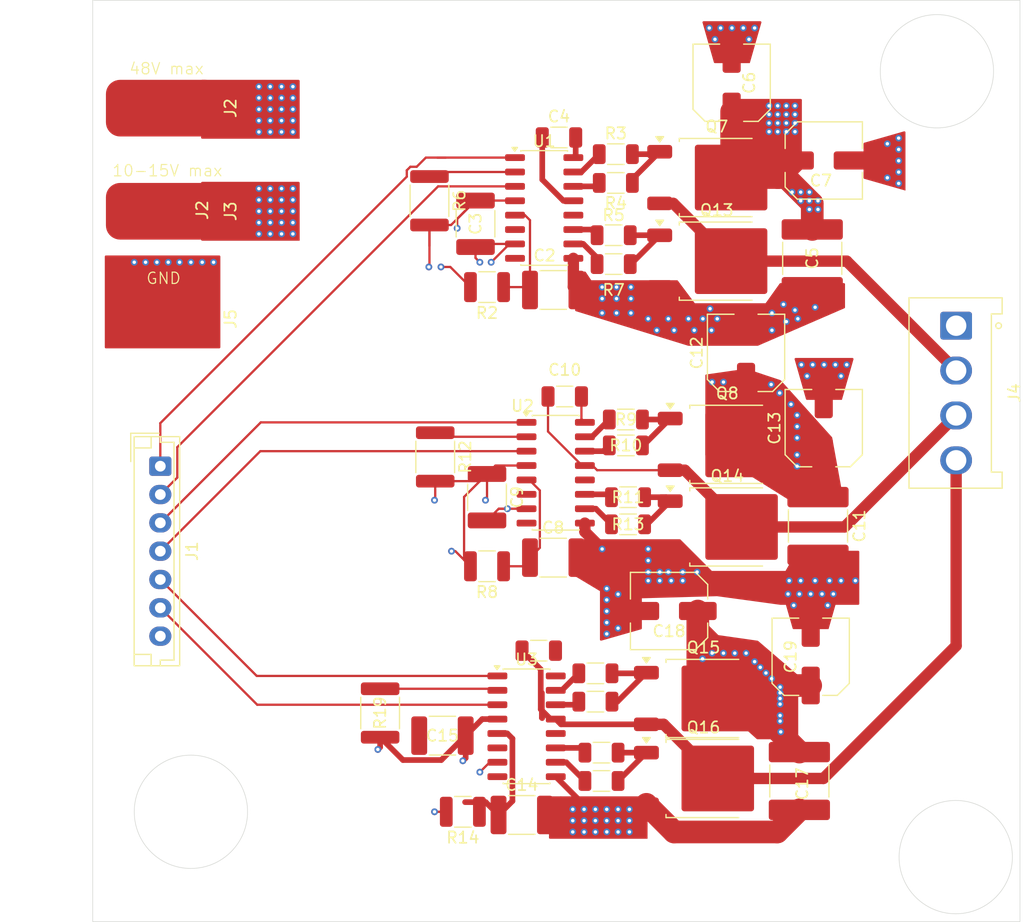
<source format=kicad_pcb>
(kicad_pcb (version 20241229) (generator "pcbnew") (generator_version "9.0")
  (layers (0 "F.Cu" signal) (4 "In1.Cu" power) (6 "In2.Cu" power) (2 "B.Cu" power) (13 "F.Paste" user) (15 "B.Paste" user) (5 "F.SilkS" user "F.Silkscreen") (7 "B.SilkS" user "B.Silkscreen") (1 "F.Mask" user) (3 "B.Mask" user) (25 "Edge.Cuts" user))
  (net 0 "")
  (net 1 "GND")
  (net 2 "/PhaseA/PVCC")
  (net 3 "+12V")
  (net 4 "/PhaseA/AOUT")
  (net 5 "Net-(U1-BOOT)")
  (net 6 "+48V")
  (net 7 "/PhaseB/PVCC")
  (net 8 "Net-(U2-BOOT)")
  (net 9 "/PhaseB/BOUT")
  (net 10 "/PhaseC/PVCC")
  (net 11 "/PhaseC/COUT")
  (net 12 "Net-(U3-BOOT)")
  (net 13 "Net-(U1-HON)")
  (net 14 "Net-(U1-HOFF)")
  (net 15 "Net-(U1-LON)")
  (net 16 "Net-(U1-SD)")
  (net 17 "Net-(U1-LOFF)")
  (net 18 "Net-(U2-HON)")
  (net 19 "Net-(U2-HOFF)")
  (net 20 "Net-(U2-LON)")
  (net 21 "Net-(U2-SD)")
  (net 22 "Net-(U2-LOFF)")
  (net 23 "Net-(U3-HON)")
  (net 24 "Net-(U3-HOFF)")
  (net 25 "Net-(U3-LON)")
  (net 26 "Net-(U3-LOFF)")
  (net 27 "Net-(U3-SD)")
  (net 30 "/PhaseA/AHin")
  (net 32 "/PhaseA/ALin")
  (net 35 "/PhaseB/BLIN")
  (net 37 "/PhaseB/BHIN")
  (net 41 "/PhaseC/CLIN")
  (net 42 "/PhaseC/CHIN")
  (net 43 "Net-(Q7-G)")
  (net 44 "Net-(Q8-G)")
  (net 45 "Net-(Q13-G)")
  (net 46 "Net-(Q14-G)")
  (net 47 "Net-(Q15-G)")
  (net 48 "Net-(Q16-G)")
  (footprint "Resistor_SMD:R_1206_3216Metric" (layer "F.Cu") (at 132.08 112.63)
    (property "Reference" "R13")
    (property "Value" "R")
  )
  (footprint "Package_TO_SOT_SMD:TO-252-2" (layer "F.Cu") (at 140.84 105.5725)
    (property "Reference" "Q8")
    (property "Value" "C2M0025120D")
  )
  (footprint "Capacitor_SMD:C_1206_3216Metric" (layer "F.Cu") (at 124.2 123.78)
    (property "Reference" "C16" (hide yes))
    (property "Value" "470n" (hide yes))
  )
  (footprint "Resistor_SMD:R_1210_3225Metric" (layer "F.Cu") (at 117.5 138 180)
    (property "Reference" "R14")
    (property "Value" "3")
  )
  (footprint "Resistor_SMD:R_1812_4532Metric" (layer "F.Cu") (at 114.554 84.074 -90)
    (property "Reference" "R6")
    (property "Value" "10k")
  )
  (footprint "Connector_Wire:SolderWirePad_1x01_SMD_5x10mm" (layer "F.Cu") (at 91 85 -90)
    (property "Reference" "J3")
    (property "Value" "Conn_01x01_Pin")
  )
  (footprint "Capacitor_SMD:C_Elec_6.3x7.7" (layer "F.Cu") (at 142.494 97.5 90)
    (property "Reference" "C12")
    (property "Value" "100u")
  )
  (footprint "Capacitor_SMD:C_Elec_6.3x7.7" (layer "F.Cu") (at 141.224 73.6575 90)
    (property "Reference" "C6")
    (property "Value" "100u")
  )
  (footprint "Capacitor_SMD:C_1812_4532Metric" (layer "F.Cu") (at 118.618 86.106 -90)
    (property "Reference" "C3")
    (property "Value" "10u")
  )
  (footprint "Capacitor_SMD:C_Elec_6.3x7.7" (layer "F.Cu") (at 148.2 124.3175 90)
    (property "Reference" "C19")
    (property "Value" "100u")
  )
  (footprint "Connector_Wire:SolderWirePad_1x01_SMD_5x10mm" (layer "F.Cu") (at 91 94.5 -90)
    (property "Reference" "J5")
    (property "Value" "Conn_01x01_Pin")
  )
  (footprint "Package_TO_SOT_SMD:TO-252-2" (layer "F.Cu") (at 139.914 89.402)
    (property "Reference" "Q13")
    (property "Value" "C2M0025120D")
  )
  (footprint "Capacitor_SMD:C_1812_4532Metric" (layer "F.Cu") (at 119.634 110.236 -90)
    (property "Reference" "C9")
    (property "Value" "10u")
  )
  (footprint "Capacitor_SMD:C_2220_5750Metric" (layer "F.Cu") (at 148.336 89.154 -90)
    (property "Reference" "C5")
    (property "Value" "10u")
  )
  (footprint "Resistor_SMD:R_1210_3225Metric" (layer "F.Cu") (at 119.634 116.332 180)
    (property "Reference" "R8")
    (property "Value" "3")
  )
  (footprint "Capacitor_SMD:C_2220_5750Metric" (layer "F.Cu") (at 148.844 112.776 -90)
    (property "Reference" "C11")
    (property "Value" "10u")
  )
  (footprint "Connector_JST:JST_EH_B7B-EH-A_1x07_P2.50mm_Vertical" (layer "F.Cu") (at 90.8 107.5 -90)
    (property "Reference" "J1")
    (property "Value" "Conn_01x07_Pin")
  )
  (footprint "Capacitor_SMD:C_1812_4532Metric" (layer "F.Cu") (at 115.7 131.28 180)
    (property "Reference" "C15")
    (property "Value" "10u")
  )
  (footprint "Capacitor_SMD:C_1206_3216Metric" (layer "F.Cu") (at 126.492 101.346)
    (property "Reference" "C10")
    (property "Value" "470n")
  )
  (footprint "Resistor_SMD:R_1206_3216Metric" (layer "F.Cu") (at 131.8875 105.664)
    (property "Reference" "R10")
    (property "Value" "R")
  )
  (footprint "Capacitor_SMD:C_Elec_6.3x7.7" (layer "F.Cu") (at 149.352 104.14 90)
    (property "Reference" "C13")
    (property "Value" "100u")
  )
  (footprint "Capacitor_SMD:C_Elec_6.3x7.7" (layer "F.Cu") (at 135.7 120.28 180)
    (property "Reference" "C18")
    (property "Value" "100u")
  )
  (footprint "Resistor_SMD:R_1206_3216Metric" (layer "F.Cu") (at 129.2 128.28)
    (property "Reference" "R16" (hide yes))
    (property "Value" "R" (hide yes))
  )
  (footprint "Capacitor_SMD:C_1812_4532Metric" (layer "F.Cu") (at 122.7 138.28)
    (property "Reference" "C14")
    (property "Value" "10u")
  )
  (footprint "Capacitor_SMD:C_Elec_6.3x7.7" (layer "F.Cu") (at 149.3545 80.518)
    (property "Reference" "C7")
    (property "Value" "100u")
  )
  (footprint "Package_SO:SO-16_3.9x9.9mm_P1.27mm" (layer "F.Cu") (at 125.695 108.077)
    (property "Reference" "U2")
    (property "Value" "STDriveG600")
  )
  (footprint "Resistor_SMD:R_1206_3216Metric" (layer "F.Cu") (at 129.7375 132.78)
    (property "Reference" "R17" (hide yes))
    (property "Value" "R" (hide yes))
  )
  (footprint "Capacitor_SMD:C_1206_3216Metric" (layer "F.Cu") (at 125.984 78.486)
    (property "Reference" "C4")
    (property "Value" "470n")
  )
  (footprint "Resistor_SMD:R_1206_3216Metric" (layer "F.Cu") (at 132.08 110.236)
    (property "Reference" "R11")
    (property "Value" "R")
  )
  (footprint "Connector_Wire:SolderWirePad_1x01_SMD_5x10mm" (layer "F.Cu") (at 91 75.9 -90)
    (property "Reference" "J2")
    (property "Value" "Conn_01x01_Pin")
  )
  (footprint "Package_SO:SO-16_3.9x9.9mm_P1.27mm" (layer "F.Cu") (at 123.125 130.455)
    (property "Reference" "U3")
    (property "Value" "STDriveG600")
  )
  (footprint "Package_TO_SOT_SMD:TO-252-2" (layer "F.Cu") (at 139.915 82.025)
    (property "Reference" "Q7")
    (property "Value" "C2M0025120D")
  )
  (footprint "Resistor_SMD:R_1812_4532Metric" (layer "F.Cu") (at 115.062 106.68 -90)
    (property "Reference" "R12")
    (property "Value" "10k")
  )
  (footprint "Capacitor_SMD:C_1812_4532Metric" (layer "F.Cu") (at 125.476 115.57)
    (property "Reference" "C8")
    (property "Value" "10u")
  )
  (footprint "Resistor_SMD:R_1206_3216Metric" (layer "F.Cu") (at 131 79.96)
    (property "Reference" "R3")
    (property "Value" "R")
  )
  (footprint "Capacitor_SMD:C_1812_4532Metric" (layer "F.Cu") (at 125.476 91.948)
    (property "Reference" "C2")
    (property "Value" "10u")
  )
  (footprint "Resistor_SMD:R_1206_3216Metric" (layer "F.Cu") (at 130.81 87.114)
    (property "Reference" "R5")
    (property "Value" "R")
  )
  (footprint "Resistor_SMD:R_1206_3216Metric" (layer "F.Cu") (at 130.81 89.662)
    (property "Reference" "R7")
    (property "Value" "R")
  )
  (footprint "Resistor_SMD:R_1206_3216Metric" (layer "F.Cu") (at 129.7375 135.28)
    (property "Reference" "R18" (hide yes))
    (property "Value" "R" (hide yes))
  )
  (footprint "Package_TO_SOT_SMD:TO-252-2" (layer "F.Cu") (at 138.74 128)
    (property "Reference" "Q15")
    (property "Value" "C2M0025120D")
  )
  (footprint "Resistor_SMD:R_1206_3216Metric" (layer "F.Cu") (at 131.8875 103.378)
    (property "Reference" "R9")
    (property "Value" "R")
  )
  (footprint "Package_TO_SOT_SMD:TO-252-2" (layer "F.Cu") (at 138.74 135.06)
    (property "Reference" "Q16")
    (property "Value" "C2M0025120D")
  )
  (footprint "Resistor_SMD:R_1812_4532Metric" (layer "F.Cu") (at 110.2 129.28 -90)
    (property "Reference" "R19")
    (property "Value" "10k")
  )
  (footprint "Resistor_SMD:R_1210_3225Metric" (layer "F.Cu") (at 119.634 91.694 180)
    (property "Reference" "R2")
    (property "Value" "3")
  )
  (footprint "Package_TO_SOT_SMD:TO-252-2" (layer "F.Cu") (at 140.84 112.8615)
    (property "Reference" "Q14")
    (property "Value" "C2M0025120D")
  )
  (footprint "Resistor_SMD:R_1206_3216Metric" (layer "F.Cu") (at 131 82.5)
    (property "Reference" "R4")
    (property "Value" "R")
  )
  (footprint "Resistor_SMD:R_1206_3216Metric" (layer "F.Cu") (at 129.2 125.78)
    (property "Reference" "R15" (hide yes))
    (property "Value" "R" (hide yes))
  )
  (footprint "Capacitor_SMD:C_2220_5750Metric" (layer "F.Cu") (at 147.2 135.28 -90)
    (property "Reference" "C17")
    (property "Value" "10u")
  )
  (footprint "Connector_Hirose:Hirose_DF63M-4P-3.96DSA_1x04_P3.96mm_Vertical" (layer "F.Cu") (at 161.036 95.1 -90)
    (property "Reference" "J4")
    (property "Value" "Conn_01x04_Socket")
  )
  (footprint "Package_SO:SO-16_3.9x9.9mm_P1.27mm" (layer "F.Cu") (at 124.679 84.709)
    (property "Reference" "U1")
    (property "Value" "STDriveG600")
  )
  (gr_poly (pts (xy 138.5 121) (xy 140 122.5) (xy 143.5 123) (xy 147 126) (xy 147 131.5) (xy 143.5 131.5) (xy 138.5 127)) (stroke (width 0.2)) (fill yes) (layer "F.Cu") (net 6))
  (gr_poly (pts (xy 152.964 79.044) (xy 152.964 82.044) (xy 156.464 83.044) (xy 156.464 78.044)) (stroke (width 0.2)) (fill yes) (layer "F.Cu") (net 1))
  (gr_poly (pts (xy 133.2 121.798868) (xy 133.2 118.798868) (xy 129.7 117.798868) (xy 129.7 122.798868)) (stroke (width 0.2)) (fill yes) (layer "F.Cu") (net 1))
  (gr_poly (pts (xy 125.211818 136.734544) (xy 133.711818 136.734544) (xy 133.7 140.28) (xy 125.2 140.28)) (stroke (width 0.2)) (fill yes) (layer "F.Cu") (net 1))
  (gr_poly (pts (xy 86 97) (xy 96 97) (xy 96 95) (xy 96 89) (xy 86 89)) (stroke (width 0.2)) (fill yes) (layer "F.Cu") (net 1))
  (gr_poly (pts (xy 145.542 91.44) (xy 151.13 91.44) (xy 151.13 93.472) (xy 143.51 96.774) (xy 137.414 96.774) (xy 127.508 93.726) (xy 127.508 90.424) (xy 128.27 90.424) (xy 128.778 91.186) (xy 136.398 91.186) (xy 137.922 93.218) (xy 144.272 93.218)) (stroke (width 0.2)) (fill yes) (layer "F.Cu") (net 1))
  (gr_poly (pts (xy 139.75 71.826) (xy 142.75 71.826) (xy 143.75 68.326) (xy 138.75 68.326)) (stroke (width 0.2)) (fill yes) (layer "F.Cu") (net 1))
  (gr_poly (pts (xy 146.5 110.5) (xy 151 110.5) (xy 150 105) (xy 145.5 100) (xy 142.5 99) (xy 139 99.5) (xy 139 103.5) (xy 139 106.5) (xy 142.5 108)) (stroke (width 0.2)) (fill yes) (layer "F.Cu") (net 6))
  (gr_poly (pts (xy 147.32 80.264) (xy 141.732 80.264) (xy 141.732 75.184) (xy 147.32 75.184)) (stroke (width 0.2)) (fill yes) (layer "F.Cu") (net 6))
  (gr_poly (pts (xy 146.7 121.78) (xy 149.7 121.78) (xy 150.7 118.28) (xy 145.7 118.28)) (stroke (width 0.2)) (fill yes) (layer "F.Cu") (net 1))
  (gr_poly (pts (xy 126.987617 116.84) (xy 126.987617 114.046) (xy 136.639617 114.046) (xy 139.433617 116.84) (xy 146.037617 116.84) (xy 147.053617 115.062) (xy 152.387617 115.062) (xy 152.387617 119.634) (xy 145.529617 119.634) (xy 139.941617 118.872) (xy 130.797617 119.126)) (stroke (width 0.2)) (fill yes) (layer "F.Cu") (net 1))
  (gr_poly (pts (xy 94.5 82.5) (xy 94.5 87.5) (xy 103 87.5) (xy 103 82.5)) (stroke (width 0.2)) (fill yes) (layer "F.Cu") (net 3))
  (gr_poly (pts (xy 147.878 101.544) (xy 150.878 101.544) (xy 151.878 98.044) (xy 146.878 98.044)) (stroke (width 0.2)) (fill yes) (layer "F.Cu") (net 1))
  (gr_poly (pts (xy 94.5 73.5) (xy 94.5 78.5) (xy 103 78.5) (xy 103 73.5)) (stroke (width 0.2)) (fill yes) (layer "F.Cu") (net 6))
  (gr_circle (center 159.338 72.644) (end 164.338 72.644) (stroke (width 0.05)) (fill no) (layer "Edge.Cuts"))
  (gr_circle (center 93.5 138) (end 98.5 138) (stroke (width 0.05)) (fill no) (layer "Edge.Cuts"))
  (gr_rect (start 84.836 66.38) (end 166.67 147.694) (stroke (width 0.05)) (fill no) (layer "Edge.Cuts"))
  (gr_circle (center 161 142) (end 166 142) (stroke (width 0.05)) (fill no) (layer "Edge.Cuts"))
  (gr_text "J2" (at 94.5 84.9 90) (layer "F.SilkS") (effects (font (size 1 1))))
  (gr_text "10-15V max" (at 86.5 82 0) (layer "F.SilkS") (effects (font (size 1 1) (thickness 0.1)) (justify left bottom)))
  (gr_text "48V max\n" (at 88 73 0) (layer "F.SilkS") (effects (font (size 1 1) (thickness 0.1)) (justify left bottom)))
  (gr_text "GND" (at 89.5 91.5 0) (layer "F.SilkS") (effects (font (size 1 1) (thickness 0.1)) (justify left bottom)))
  (segment (start 120.668 111.252) (end 123.12 111.252) (width 0.2) (layer "F.Cu") (net 1))
  (segment (start 122.104 87.884) (end 121.616 87.884) (width 0.2) (layer "F.Cu") (net 1))
  (segment (start 119.87 133.63) (end 120.55 133.63) (width 0.2) (layer "F.Cu") (net 1))
  (segment (start 118.89 87.884) (end 118.618 88.156) (width 0.2) (layer "F.Cu") (net 1))
  (segment (start 127.254 89.154) (end 127.254 91.676) (width 1) (layer "F.Cu") (net 1))
  (segment (start 125.7 134.9) (end 129.2 138.4) (width 0.5) (layer "F.Cu") (net 1))
  (segment (start 122.104 87.884) (end 118.89 87.884) (width 0.2) (layer "F.Cu") (net 1))
  (segment (start 127.254 91.676) (end 127.526 91.948) (width 1) (layer "F.Cu") (net 1))
  (segment (start 120.668 111.252) (end 121.436 111.252) (width 0.2) (layer "F.Cu") (net 1))
  (segment (start 128.27 113.284) (end 129.794 114.808) (width 1) (layer "F.Cu") (net 1))
  (segment (start 128.27 112.522) (end 128.27 113.284) (width 1) (layer "F.Cu") (net 1))
  (segment (start 121.616 87.884) (end 120 89.5) (width 0.2) (layer "F.Cu") (net 1))
  (segment (start 119 134.5) (end 119.87 133.63) (width 0.2) (layer "F.Cu") (net 1))
  (segment (start 136.14 139.78) (end 145.25 139.78) (width 2) (layer "F.Cu") (net 1))
  (segment (start 145.25 139.78) (end 147.2 137.83) (width 2) (layer "F.Cu") (net 1))
  (segment (start 133.7 137.34) (end 136.14 139.78) (width 2) (layer "F.Cu") (net 1))
  (segment (start 118.618 88.156) (end 118.618 89.118) (width 0.2) (layer "F.Cu") (net 1))
  (segment (start 119.634 112.286) (end 120.668 111.252) (width 0.2) (layer "F.Cu") (net 1))
  (segment (start 118.618 89.118) (end 119 89.5) (width 0.2) (layer "F.Cu") (net 1))
  (segment (start 124.75 138.28) (end 126.14 136.89) (width 0.5) (layer "F.Cu") (net 1))
  (segment (start 129.2 138.4) (end 129.2 138.53) (width 0.5) (layer "F.Cu") (net 1))
  (via (at 139.25 68.826) (size 0.6) (drill 0.3) (layers "F.Cu" "B.Cu") (net 1))
  (via (at 141.25 68.826) (size 0.6) (drill 0.3) (layers "F.Cu" "B.Cu") (net 1))
  (via (at 150.876 117.602) (size 0.6) (drill 0.3) (layers "F.Cu" "B.Cu") (net 1))
  (via (at 147.378 98.544) (size 0.6) (drill 0.3) (layers "F.Cu" "B.Cu") (net 1))
  (via (at 134.874 116.84) (size 0.6) (drill 0.3) (layers "F.Cu" "B.Cu") (net 1))
  (via (at 142.25 68.826) (size 0.6) (drill 0.3) (layers "F.Cu" "B.Cu") (net 1))
  (via (at 144.78 95.504) (size 0.6) (drill 0.3) (layers "F.Cu" "B.Cu") (net 1))
  (via (at 146.05 94.742) (size 0.6) (drill 0.3) (layers "F.Cu" "B.Cu") (net 1))
  (via (at 128.2 138.78) (size 0.6) (drill 0.3) (layers "F.Cu" "B.Cu") (net 1))
  (via (at 136.906 117.602) (size 0.6) (drill 0.3) (layers "F.Cu" "B.Cu") (net 1))
  (via (at 137.414 94.488) (size 0.6) (drill 0.3) (layers "F.Cu" "B.Cu") (net 1))
  (via (at 129.794 114.808) (size 0.6) (drill 0.3) (layers "F.Cu" "B.Cu") (net 1))
  (via (at 132.2 138.78) (size 0.6) (drill 0.3) (layers "F.Cu" "B.Cu") (net 1))
  (via (at 121.436 111.252) (size 0.6) (drill 0.3) (layers "F.Cu" "B.Cu") (net 1))
  (via (at 139.319 93.599) (size 0.6) (drill 0.3) (layers "F.Cu" "B.Cu") (net 1))
  (via (at 130.205087 139.774912) (size 0.6) (drill 0.3) (layers "F.Cu" "B.Cu") (net 1))
  (via (at 133.858 114.808) (size 0.6) (drill 0.3) (layers "F.Cu" "B.Cu") (net 1))
  (via (at 148.59 93.472) (size 0.6) (drill 0.3) (layers "F.Cu" "B.Cu") (net 1))
  (via (at 149.2 118.78) (size 0.6) (drill 0.3) (layers "F.Cu" "B.Cu") (net 1))
  (via (at 127.2 139.78) (size 0.6) (drill 0.3) (layers "F.Cu" "B.Cu") (net 1))
  (via (at 130.2 137.78) (size 0.6) (drill 0.3) (layers "F.Cu" "B.Cu") (net 1))
  (via (at 154.964 82.044) (size 0.6) (drill 0.3) (layers "F.Cu" "B.Cu") (net 1))
  (via (at 155.964 79.544) (size 0.6) (drill 0.3) (layers "F.Cu" "B.Cu") (net 1))
  (via (at 155.964 78.544) (size 0.6) (drill 0.3) (layers "F.Cu" "B.Cu") (net 1))
  (via (at 140.25 68.826) (size 0.6) (drill 0.3) (layers "F.Cu" "B.Cu") (net 1))
  (via (at 139.75 69.826) (size 0.6) (drill 0.3) (layers "F.Cu" "B.Cu") (net 1))
  (via (at 135.89 117.602) (size 0.6) (drill 0.3) (layers "F.Cu" "B.Cu") (net 1))
  (via (at 130.2 118.298868) (size 0.6) (drill 0.3) (layers "F.Cu" "B.Cu") (net 1))
  (via (at 155.964 80.544) (size 0.6) (drill 0.3) (layers "F.Cu" "B.Cu") (net 1))
  (via (at 128.2 139.78) (size 0.6) (drill 0.3) (layers "F.Cu" "B.Cu") (net 1))
  (via (at 131.2 138.78) (size 0.6) (drill 0.3) (layers "F.Cu" "B.Cu") (net 1))
  (via (at 133.858 115.824) (size 0.6) (drill 0.3) (layers "F.Cu" "B.Cu") (net 1))
  (via (at 131.2 139.78) (size 0.6) (drill 0.3) (layers "F.Cu" "B.Cu") (net 1))
  (via (at 155.964 81.544) (size 0.6) (drill 0.3) (layers "F.Cu" "B.Cu") (net 1))
  (via (at 147.2 118.78) (size 0.6) (drill 0.3) (layers "F.Cu" "B.Cu") (net 1))
  (via (at 91.5 89.5) (size 0.6) (drill 0.3) (layers "F.Cu" "B.Cu") (net 1))
  (via (at 154.964 79.044) (size 0.6) (drill 0.3) (layers "F.Cu" "B.Cu") (net 1))
  (via (at 151.378 98.544) (size 0.6) (drill 0.3) (layers "F.Cu" "B.Cu") (net 1))
  (via (at 131.2 118.798868) (size 0.6) (drill 0.3) (layers "F.Cu" "B.Cu") (net 1))
  (via (at 135.636 94.488) (size 0.6) (drill 0.3) (layers "F.Cu" "B.Cu") (net 1))
  (via (at 130.2 122.298868) (size 0.6) (drill 0.3) (layers "F.Cu" "B.Cu") (net 1))
  (via (at 131.2 137.78) (size 0.6) (drill 0.3) (layers "F.Cu" "B.Cu") (net 1))
  (via (at 130.2 121.298868) (size 0.6) (drill 0.3) (layers "F.Cu" "B.Cu") (net 1))
  (via (at 132.2 139.78) (size 0.6) (drill 0.3) (layers "F.Cu" "B.Cu") (net 1))
  (via (at 129.2 139.78) (size 0.6) (drill 0.3) (layers "F.Cu" "B.Cu") (net 1))
  (via (at 132.334 91.694) (size 0.6) (drill 0.3) (layers "F.Cu" "B.Cu") (net 1))
  (via (at 147.32 117.602) (size 0.6) (drill 0.3) (layers "F.Cu" "B.Cu") (net 1))
  (via (at 149.86 117.602) (size 0.6) (drill 0.3) (layers "F.Cu" "B.Cu") (net 1))
  (via (at 133.858 94.488) (size 0.6) (drill 0.3) (layers "F.Cu" "B.Cu") (net 1))
  (via (at 131.064 93.98) (size 0.6) (drill 0.3) (layers "F.Cu" "B.Cu") (net 1))
  (via (at 143.25 68.826) (size 0.6) (drill 0.3) (layers "F.Cu" "B.Cu") (net 1))
  (via (at 146.7 119.78) (size 0.6) (drill 0.3) (layers "F.Cu" "B.Cu") (net 1))
  (via (at 128.2 137.78) (size 0.6) (drill 0.3) (layers "F.Cu" "B.Cu") (net 1))
  (via (at 135.636 116.84) (size 0.6) (drill 0.3) (layers "F.Cu" "B.Cu") (net 1))
  (via (at 133.858 116.84) (size 0.6) (drill 0.3) (layers "F.Cu" "B.Cu") (net 1))
  (via (at 132.2 137.78) (size 0.6) (drill 0.3) (layers "F.Cu" "B.Cu") (net 1))
  (via (at 146.304 117.602) (size 0.6) (drill 0.3) (layers "F.Cu" "B.Cu") (net 1))
  (via (at 89.5 89.5) (size 0.6) (drill 0.3) (layers "F.Cu" "B.Cu") (net 1))
  (via (at 119 134.5) (size 0.6) (drill 0.3) (layers "F.Cu" "B.Cu") (net 1))
  (via (at 119 89.5) (size 0.6) (drill 0.3) (layers "F.Cu" "B.Cu") (net 1))
  (via (at 120 89.5) (size 0.6) (drill 0.3) (layers "F.Cu" "B.Cu") (net 1))
  (via (at 130.2 138.78) (size 0.6) (drill 0.3) (layers "F.Cu" "B.Cu") (net 1))
  (via (at 129.794 91.694) (size 0.6) (drill 0.3) (layers "F.Cu" "B.Cu") (net 1))
  (via (at 138.176 116.84) (size 0.6) (drill 0.3) (layers "F.Cu" "B.Cu") (net 1))
  (via (at 136.144 95.504) (size 0.6) (drill 0.3) (layers "F.Cu" "B.Cu") (net 1))
  (via (at 139.446 95.504) (size 0.6) (drill 0.3) (layers "F.Cu" "B.Cu") (net 1))
  (via (at 90.5 89.5) (size 0.6) (drill 0.3) (layers "F.Cu" "B.Cu") (net 1))
  (via (at 150.378 98.544) (size 0.6) (drill 0.3) (layers "F.Cu" "B.Cu") (net 1))
  (via (at 129.794 93.98) (size 0.6) (drill 0.3) (layers "F.Cu" "B.Cu") (net 1))
  (via (at 144.78 93.98) (size 0.6) (drill 0.3) (layers "F.Cu" "B.Cu") (net 1))
  (via (at 138.684 94.488) (size 0.6) (drill 0.3) (layers "F.Cu" "B.Cu") (net 1))
  (via (at 95.5 89.5) (size 0.6) (drill 0.3) (layers "F.Cu" "B.Cu") (net 1))
  (via (at 131.2 121.798868) (size 0.6) (drill 0.3) (layers "F.Cu" "B.Cu") (net 1))
  (via (at 134.874 117.602) (size 0.6) (drill 0.3) (layers "F.Cu" "B.Cu") (net 1))
  (via (at 146.2 118.78) (size 0.6) (drill 0.3) (layers "F.Cu" "B.Cu") (net 1))
  (via (at 132.334 93.98) (size 0.6) (drill 0.3) (layers "F.Cu" "B.Cu") (net 1))
  (via (at 94.5 89.5) (size 0.6) (drill 0.3) (layers "F.Cu" "B.Cu") (net 1))
  (via (at 146.812 93.726) (size 0.6) (drill 0.3) (layers "F.Cu" "B.Cu") (net 1))
  (via (at 129.794 92.71) (size 0.6) (drill 0.3) (layers "F.Cu" "B.Cu") (net 1))
  (via (at 139.954 94.488) (size 0.6) (drill 0.3) (layers "F.Cu" "B.Cu") (net 1))
  (via (at 88.5 89.5) (size 0.6) (drill 0.3) (layers "F.Cu" "B.Cu") (net 1))
  (via (at 92.5 89.5) (size 0.6) (drill 0.3) (layers "F.Cu" "B.Cu") (net 1))
  (via (at 145.796 93.218) (size 0.6) (drill 0.3) (layers "F.Cu" "B.Cu") (net 1))
  (via (at 142.75 69.826) (size 0.6) (drill 0.3) (layers "F.Cu" "B.Cu") (net 1))
  (via (at 148.378 98.544) (size 0.6) (drill 0.3) (layers "F.Cu" "B.Cu") (net 1))
  (via (at 131.064 92.71) (size 0.6) (drill 0.3) (layers "F.Cu" "B.Cu") (net 1))
  (via (at 149.7 119.78) (size 0.6) (drill 0.3) (layers "F.Cu" "B.Cu") (net 1))
  (via (at 150.878 99.544) (size 0.6) (drill 0.3) (layers "F.Cu" "B.Cu") (net 1))
  (via (at 127.2 138.78) (size 0.6) (drill 0.3) (layers "F.Cu" "B.Cu") (net 1))
  (via (at 147.878 99.544) (size 0.6) (drill 0.3) (layers "F.Cu" "B.Cu") (net 1))
  (via (at 131.064 91.694) (size 0.6) (drill 0.3) (layers "F.Cu" "B.Cu") (net 1))
  (via (at 148.59 117.602) (size 0.6) (drill 0.3) (layers "F.Cu" "B.Cu") (net 1))
  (via (at 137.922 95.504) (size 0.6) (drill 0.3) (layers "F.Cu" "B.Cu") (net 1))
  (via (at 130.2 120.298868) (size 0.6) (drill 0.3) (layers "F.Cu" "B.Cu") (net 1))
  (via (at 147.066 94.488) (size 0.6) (drill 0.3) (layers "F.Cu" "B.Cu") (net 1))
  (via (at 129.2 137.78) (size 0.6) (drill 0.3) (layers "F.Cu" "B.Cu") (net 1))
  (via (at 129.2 138.78) (size 0.6) (drill 0.3) (layers "F.Cu" "B.Cu") (net 1))
  (via (at 132.334 92.71) (size 0.6) (drill 0.3) (layers "F.Cu" "B.Cu") (net 1))
  (via (at 134.62 95.504) (size 0.6) (drill 0.3) (layers "F.Cu" "B.Cu") (net 1))
  (via (at 148.2 118.78) (size 0.6) (drill 0.3) (layers "F.Cu" "B.Cu") (net 1))
  (via (at 155.964 82.544) (size 0.6) (drill 0.3) (layers "F.Cu" "B.Cu") (net 1))
  (via (at 93.5 89.5) (size 0.6) (drill 0.3) (layers "F.Cu" "B.Cu") (net 1))
  (via (at 136.906 116.84) (size 0.6) (drill 0.3) (layers "F.Cu" "B.Cu") (net 1))
  (via (at 130.2 119.298868) (size 0.6) (drill 0.3) (layers "F.Cu" "B.Cu") (net 1))
  (via (at 152.146 117.602) (size 0.6) (drill 0.3) (layers "F.Cu" "B.Cu") (net 1))
  (via (at 133.858 117.602) (size 0.6) (drill 0.3) (layers "F.Cu" "B.Cu") (net 1))
  (via (at 127.2 137.78) (size 0.6) (drill 0.3) (layers "F.Cu" "B.Cu") (net 1))
  (via (at 150.2 118.78) (size 0.6) (drill 0.3) (layers "F.Cu" "B.Cu") (net 1))
  (via (at 149.378 98.544) (size 0.6) (drill 0.3) (layers "F.Cu" "B.Cu") (net 1))
  (segment (start 123.426 91.948) (end 123.426 85.791001) (width 0.2) (layer "F.Cu") (net 2))
  (segment (start 123.426 85.791001) (end 122.978999 85.344) (width 0.2) (layer "F.Cu") (net 2))
  (segment (start 122.978999 85.344) (end 122.104 85.344) (width 0.2) (layer "F.Cu") (net 2))
  (segment (start 121.0965 91.694) (end 123.172 91.694) (width 0.2) (layer "F.Cu") (net 2))
  (segment (start 123.172 91.694) (end 123.426 91.948) (width 0.2) (layer "F.Cu") (net 2))
  (segment (start 119.0025 108.8175) (end 119.634 108.186) (width 0.2) (layer "F.Cu") (net 3))
  (segment (start 118.1715 116.332) (end 117.609 115.7695) (width 0.2) (layer "F.Cu") (net 3))
  (segment (start 114.554 86.2115) (end 114.554 89.862) (width 0.2) (layer "F.Cu") (net 3))
  (segment (start 110.2 131.4175) (end 110.2 132.3) (width 0.5) (layer "F.Cu") (net 3))
  (segment (start 114.554 88.0765) (end 114.554 86.2115) (width 0.2) (layer "F.Cu") (net 3))
  (segment (start 115.062 108.8175) (end 115.062 110.438) (width 0.2) (layer "F.Cu") (net 3))
  (segment (start 115.599 133.431) (end 117.75 131.28) (width 0.5) (layer "F.Cu") (net 3))
  (segment (start 117.75 131.28) (end 117.75 133.25) (width 0.5) (layer "F.Cu") (net 3))
  (segment (start 116.8395 115) (end 116.5 115) (width 0.2) (layer "F.Cu") (net 3))
  (segment (start 117.609 115.7695) (end 117.609 110.211) (width 0.2) (layer "F.Cu") (net 3))
  (segment (start 120.378 107.442) (end 123.12 107.442) (width 0.2) (layer "F.Cu") (net 3))
  (segment (start 118.1715 116.332) (end 116.8395 115) (width 0.2) (layer "F.Cu") (net 3))
  (segment (start 116.0375 138) (end 115 138) (width 0.2) (layer "F.Cu") (net 3))
  (segment (start 115.062 108.8175) (end 119.0025 108.8175) (width 0.2) (layer "F.Cu") (net 3))
  (segment (start 118.618 84.056) (end 122.086 84.056) (width 0.2) (layer "F.Cu") (net 3))
  (segment (start 114.554 89.862) (end 114.5 89.916) (width 0.2) (layer "F.Cu") (net 3))
  (segment (start 116.3935 89.916) (end 115.57 89.916) (width 0.2) (layer "F.Cu") (net 3))
  (segment (start 114.554 86.2115) (end 116.4625 86.2115) (width 0.2) (layer "F.Cu") (net 3))
  (segment (start 117.7 131.33) (end 117.75 131.28) (width 0.5) (layer "F.Cu") (net 3))
  (segment (start 119.634 110.366) (end 119.5 110.5) (width 0.2) (layer "F.Cu") (net 3))
  (segment (start 118.618 84.056) (end 117.5 85.174) (width 0.2) (layer "F.Cu") (net 3))
  (segment (start 119.634 108.186) (end 119.634 110.366) (width 0.2) (layer "F.Cu") (net 3))
  (segment (start 118.1715 91.694) (end 116.3935 89.916) (width 0.2) (layer "F.Cu") (net 3))
  (segment (start 117 85.674) (end 117 86.5) (width 0.2) (layer "F.Cu") (net 3))
  (segment (start 115.062 110.438) (end 115 110.5) (width 0.2) (layer "F.Cu") (net 3))
  (segment (start 117.609 110.211) (end 119.634 108.186) (width 0.2) (layer "F.Cu") (net 3))
  (segment (start 116.4625 86.2115) (end 118.618 84.056) (width 0.2) (layer "F.Cu") (net 3))
  (segment (start 112.2135 133.431) (end 115.599 133.431) (width 0.5) (layer "F.Cu") (net 3))
  (segment (start 122.086 84.056) (end 122.104 84.074) (width 0.2) (layer "F.Cu") (net 3))
  (segment (start 117.75 131.28) (end 119.21 129.82) (width 0.5) (layer "F.Cu") (net 3))
  (segment (start 119.634 108.186) (end 120.378 107.442) (width 0.2) (layer "F.Cu") (net 3))
  (segment (start 117.75 133.25) (end 117.5 133.5) (width 0.5) (layer "F.Cu") (net 3))
  (segment (start 118.618 84.056) (end 117 85.674) (width 0.2) (layer "F.Cu") (net 3))
  (segment (start 110.2 131.4175) (end 112.2135 133.431) (width 0.5) (layer "F.Cu") (net 3))
  (segment (start 110.2 132.3) (end 110 132.5) (width 0.5) (layer "F.Cu") (net 3))
  (segment (start 119.21 129.82) (end 120.55 129.82) (width 0.5) (layer "F.Cu") (net 3))
  (via (at 99.5 83) (size 0.6) (drill 0.3) (layers "F.Cu" "B.Cu") (net 3))
  (via (at 101.5 84) (size 0.6) (drill 0.3) (layers "F.Cu" "B.Cu") (net 3))
  (via (at 100.5 84) (size 0.6) (drill 0.3) (layers "F.Cu" "B.Cu") (net 3))
  (via (at 116.5 115) (size 0.6) (drill 0.3) (layers "F.Cu" "B.Cu") (net 3))
  (via (at 117 86.5) (size 0.6) (drill 0.3) (layers "F.Cu" "B.Cu") (net 3))
  (via (at 102.5 83) (size 0.6) (drill 0.3) (layers "F.Cu" "B.Cu") (net 3))
  (via (at 102.5 85) (size 0.6) (drill 0.3) (layers "F.Cu" "B.Cu") (net 3))
  (via (at 101.5 83) (size 0.6) (drill 0.3) (layers "F.Cu" "B.Cu") (net 3))
  (via (at 101.5 87) (size 0.6) (drill 0.3) (layers "F.Cu" "B.Cu") (net 3))
  (via (at 102.5 87) (size 0.6) (drill 0.3) (layers "F.Cu" "B.Cu") (net 3))
  (via (at 102.5 84) (size 0.6) (drill 0.3) (layers "F.Cu" "B.Cu") (net 3))
  (via (at 102.5 86) (size 0.6) (drill 0.3) (layers "F.Cu" "B.Cu") (net 3))
  (via (at 100.5 86) (size 0.6) (drill 0.3) (layers "F.Cu" "B.Cu") (net 3))
  (via (at 99.5 86) (size 0.6) (drill 0.3) (layers "F.Cu" "B.Cu") (net 3))
  (via (at 99.5 87) (size 0.6) (drill 0.3) (layers "F.Cu" "B.Cu") (net 3))
  (via (at 115 110.5) (size 0.6) (drill 0.3) (layers "F.Cu" "B.Cu") (net 3))
  (via (at 100.5 83) (size 0.6) (drill 0.3) (layers "F.Cu" "B.Cu") (net 3))
  (via (at 114.5 89.916) (size 0.6) (drill 0.3) (layers "F.Cu" "B.Cu") (net 3))
  (via (at 119.5 110.5) (size 0.6) (drill 0.3) (layers "F.Cu" "B.Cu") (net 3))
  (via (at 100.5 85) (size 0.6) (drill 0.3) (layers "F.Cu" "B.Cu") (net 3))
  (via (at 115 138) (size 0.6) (drill 0.3) (layers "F.Cu" "B.Cu") (net 3))
  (via (at 110 132.5) (size 0.6) (drill 0.3) (layers "F.Cu" "B.Cu") (net 3))
  (via (at 100.5 87) (size 0.6) (drill 0.3) (layers "F.Cu" "B.Cu") (net 3))
  (via (at 101.5 86) (size 0.6) (drill 0.3) (layers "F.Cu" "B.Cu") (net 3))
  (via (at 117.5 133.5) (size 0.6) (drill 0.3) (layers "F.Cu" "B.Cu") (net 3))
  (via (at 99.5 85) (size 0.6) (drill 0.3) (layers "F.Cu" "B.Cu") (net 3))
  (via (at 99.5 84) (size 0.6) (drill 0.3) (layers "F.Cu" "B.Cu") (net 3))
  (via (at 101.5 85) (size 0.6) (drill 0.3) (layers "F.Cu" "B.Cu") (net 3))
  (via (at 115.57 89.916) (size 0.6) (drill 0.3) (layers "F.Cu" "B.Cu") (net 3))
  (segment (start 124.509 82.203999) (end 126.379001 84.074) (width 0.5) (layer "F.Cu") (net 4))
  (segment (start 124.509 78.486) (end 124.509 82.203999) (width 0.5) (layer "F.Cu") (net 4))
  (segment (start 134.875 84.305) (end 136.077 84.305) (width 1) (layer "F.Cu") (net 4))
  (segment (start 126.379001 84.074) (end 127.254 84.074) (width 0.5) (layer "F.Cu") (net 4))
  (segment (start 141.174 89.402) (end 151.378 89.402) (width 1) (layer "F.Cu") (net 4))
  (segment (start 151.378 89.402) (end 161.036 99.06) (width 1) (layer "F.Cu") (net 4))
  (segment (start 136.077 84.305) (end 141.174 89.402) (width 1) (layer "F.Cu") (net 4))
  (segment (start 127.459 80.059) (end 127.254 80.264) (width 0.5) (layer "F.Cu") (net 5))
  (segment (start 127.459 78.486) (end 127.459 80.059) (width 0.5) (layer "F.Cu") (net 5))
  (segment (start 145.31 82.025) (end 141.175 82.025) (width 2) (layer "F.Cu") (net 6))
  (segment (start 148.2 126.855) (end 141.145 126.855) (width 2) (layer "F.Cu") (net 6))
  (segment (start 147.2 132.73) (end 145.139 130.669) (width 2) (layer "F.Cu") (net 6))
  (segment (start 138.2375 124.224) (end 138.2375 126.2375) (width 2) (layer "F.Cu") (net 6))
  (segment (start 142.47 128) (end 140 128) (width 2) (layer "F.Cu") (net 6))
  (segment (start 141.145 126.855) (end 140 128) (width 2) (layer "F.Cu") (net 6))
  (segment (start 148.336 84.328) (end 146.033 82.025) (width 2) (layer "F.Cu") (net 6))
  (segment (start 142.682 80.518) (end 141.175 82.025) (width 2) (layer "F.Cu") (net 6))
  (segment (start 138.2375 120.28) (end 138.2375 124.224) (width 2) (layer "F.Cu") (net 6))
  (segment (start 145.139 130.669) (end 142.47 128) (width 2) (layer "F.Cu") (net 6))
  (segment (start 141.224 76.195) (end 141.224 81.976) (width 2) (layer "F.Cu") (net 6))
  (segment (start 146.033 82.025) (end 145.31 82.025) (width 2) (layer "F.Cu") (net 6))
  (segment (start 148.336 86.604) (end 148.336 84.328) (width 2) (layer "F.Cu") (net 6))
  (segment (start 146.817 80.518) (end 142.682 80.518) (width 2) (layer "F.Cu") (net 6))
  (segment (start 138.2375 126.2375) (end 140 128) (width 2) (layer "F.Cu") (net 6))
  (segment (start 141.224 81.976) (end 141.175 82.025) (width 2) (layer "F.Cu") (net 6))
  (segment (start 146.817 80.518) (end 145.31 82.025) (width 2) (layer "F.Cu") (net 6))
  (via (at 101.5 74) (size 0.6) (drill 0.3) (layers "F.Cu" "B.Cu") (net 6))
  (via (at 147.32 84.074) (size 0.6) (drill 0.3) (layers "F.Cu" "B.Cu") (net 6))
  (via (at 146.812 75.692) (size 0.6) (drill 0.3) (layers "F.Cu" "B.Cu") (net 6))
  (via (at 142.5 124) (size 0.6) (drill 0.3) (layers "F.Cu" "B.Cu") (net 6))
  (via (at 99.5 76) (size 0.6) (drill 0.3) (layers "F.Cu" "B.Cu") (net 6))
  (via (at 145.5 129.5) (size 0.6) (drill 0.3) (layers "F.Cu" "B.Cu") (net 6))
  (via (at 146.05 75.692) (size 0.6) (drill 0.3) (layers "F.Cu" "B.Cu") (net 6))
  (via (at 99.5 75) (size 0.6) (drill 0.3) (layers "F.Cu" "B.Cu") (net 6))
  (via (at 147 103) (size 0.6) (drill 0.3) (layers "F.Cu" "B.Cu") (net 6))
  (via (at 102.5 78) (size 0.6) (drill 0.3) (layers "F.Cu" "B.Cu") (net 6))
  (via (at 144.526 77.978) (size 0.6) (drill 0.3) (layers "F.Cu" "B.Cu") (net 6))
  (via (at 148.082 84.836) (size 0.6) (drill 0.3) (layers "F.Cu" "B.Cu") (net 6))
  (via (at 144.526 77.216) (size 0.6) (drill 0.3) (layers "F.Cu" "B.Cu") (net 6))
  (via (at 101.5 76) (size 0.6) (drill 0.3) (layers "F.Cu" "B.Cu") (net 6))
  (via (at 146.812 76.454) (size 0.6) (drill 0.3) (layers "F.Cu" "B.Cu") (net 6))
  (via (at 145.288 75.692) (size 0.6) (drill 0.3) (layers "F.Cu" "B.Cu") (net 6))
  (via (at 146.462 102.038) (size 0.6) (drill 0.3) (layers "F.Cu" "B.Cu") (net 6))
  (via (at 139.5 124) (size 0.6) (drill 0.3) (layers "F.Cu" "B.Cu") (net 6))
  (via (at 144.526 76.454) (size 0.6) (drill 0.3) (layers "F.Cu" "B.Cu") (net 6))
  (via (at 143.25 124.75) (size 0.6) (drill 0.3) (layers "F.Cu" "B.Cu") (net 6))
  (via (at 144.526 75.692) (size 0.6) (drill 0.3) (layers "F.Cu" "B.Cu") (net 6))
  (via (at 145.5 130) (size 0.6) (drill 0.3) (layers "F.Cu" "B.Cu") (net 6))
  (via (at 147 107.5) (size 0.6) (drill 0.3) (layers "F.Cu" "B.Cu") (net 6))
  (via (at 148.082 84.074) (size 0.6) (drill 0.3) (layers "F.Cu" "B.Cu") (net 6))
  (via (at 145.5 127) (size 0.6) (drill 0.3) (layers "F.Cu" "B.Cu") (net 6))
  (via (at 146.05 76.454) (size 0.6) (drill 0.3) (layers "F.Cu" "B.Cu") (net 6))
  (via (at 143.75 125.25) (size 0.6) (drill 0.3) (layers "F.Cu" "B.Cu") (net 6))
  (via (at 147 105) (size 0.6) (drill 0.3) (layers "F.Cu" "B.Cu") (net 6))
  (via (at 140.5 124) (size 0.6) (drill 0.3) (layers "F.Cu" "B.Cu") (net 6))
  (via (at 147 104) (size 0.6) (drill 0.3) (layers "F.Cu" "B.Cu") (net 6))
  (via (at 139.5 100.076) (size 0.6) (drill 0.3) (layers "F.Cu" "B.Cu") (net 6))
  (via (at 102.5 77) (size 0.6) (drill 0.3) (layers "F.Cu" "B.Cu") (net 6))
  (via (at 100.5 75) (size 0.6) (drill 0.3) (layers "F.Cu" "B.Cu") (net 6))
  (via (at 99.5 74) (size 0.6) (drill 0.3) (layers "F.Cu" "B.Cu") (net 6))
  (via (at 144.75 126.25) (size 0.6) (drill 0.3) (layers "F.Cu" "B.Cu") (net 6))
  (via (at 147 106.5) (size 0.6) (drill 0.3) (layers "F.Cu" "B.Cu") (net 6))
  (via (at 138.6535 124.5) (size 0.6) (drill 0.3) (layers "F.Cu" "B.Cu") (net 6))
  (via (at 100.5 78) (size 0.6) (drill 0.3) (layers "F.Cu" "B.Cu") (net 6))
  (via (at 100.5 77) (size 0.6) (drill 0.3) (layers "F.Cu" "B.Cu") (net 6))
  (via (at 102.5 74) (size 0.6) (drill 0.3) (layers "F.Cu" "B.Cu") (net 6))
  (via (at 147.32 83.312) (size 0.6) (drill 0.3) (layers "F.Cu" "B.Cu") (net 6))
  (via (at 146.05 77.216) (size 0.6) (drill 0.3) (layers "F.Cu" "B.Cu") (net 6))
  (via (at 141.5 124) (size 0.6) (drill 0.3) (layers "F.Cu" "B.Cu") (net 6))
  (via (at 99.5 77) (size 0.6) (drill 0.3) (layers "F.Cu" "B.Cu") (net 6))
  (via (at 148.844 84.074) (size 0.6) (drill 0.3) (layers "F.Cu" "B.Cu") (net 6))
  (via (at 101.5 78) (size 0.6) (drill 0.3) (layers "F.Cu" "B.Cu") (net 6))
  (via (at 102.5 75) (size 0.6) (drill 0.3) (layers "F.Cu" "B.Cu") (net 6))
  (via (at 101.5 77) (size 0.6) (drill 0.3) (layers "F.Cu" "B.Cu") (net 6))
  (via (at 100.5 74) (size 0.6) (drill 0.3) (layers "F.Cu" "B.Cu") (net 6))
  (via (at 146.812 77.216) (size 0.6) (drill 0.3) (layers "F.Cu" "B.Cu") (net 6))
  (via (at 102.5 76) (size 0.6) (drill 0.3) (layers "F.Cu" "B.Cu") (net 6))
  (via (at 146.558 83.312) (size 0.6) (drill 0.3) (layers "F.Cu" "B.Cu") (net 6))
  (via (at 146.812 77.978) (size 0.6) (drill 0.3) (layers "F.Cu" "B.Cu") (net 6))
  (via (at 145.462 101.038) (size 0.6) (drill 0.3) (layers "F.Cu" "B.Cu") (net 6))
  (via (at 140.5 100.076) (size 0.6) (drill 0.3) (layers "F.Cu" "B.Cu") (net 6))
  (via (at 145.5 127.5) (size 0.6) (drill 0.3) (layers "F.Cu" "B.Cu") (net 6))
  (via (at 148.844 84.836) (size 0.6) (drill 0.3) (layers "F.Cu" "B.Cu") (net 6))
  (via (at 145.555 130.945) (size 0.6) (drill 0.3) (layers "F.Cu" "B.Cu") (net 6))
  (via (at 145.288 77.978) (size 0.6) (drill 0.3) (layers "F.Cu" "B.Cu") (net 6))
  (via (at 145.288 77.216) (size 0.6) (drill 0.3) (layers "F.Cu" "B.Cu") (net 6))
  (via (at 99.5 78) (size 0.6) (drill 0.3) (layers "F.Cu" "B.Cu") (net 6))
  (via (at 145.5 128.5) (size 0.6) (drill 0.3) (layers "F.Cu" "B.Cu") (net 6))
  (via (at 100.5 76) (size 0.6) (drill 0.3) (layers "F.Cu" "B.Cu") (net 6))
  (via (at 146.05 77.978) (size 0.6) (drill 0.3) (layers "F.Cu" "B.Cu") (net 6))
  (via (at 145.288 76.454) (size 0.6) (drill 0.3) (layers "F.Cu" "B.Cu") (net 6))
  (via (at 144.25 125.75) (size 0.6) (drill 0.3) (layers "F.Cu" "B.Cu") (net 6))
  (via (at 148.082 83.312) (size 0.6) (drill 0.3) (layers "F.Cu" "B.Cu") (net 6))
  (via (at 101.5 75) (size 0.6) (drill 0.3) (layers "F.Cu" "B.Cu") (net 6))
  (via (at 145.5 128) (size 0.6) (drill 0.3) (layers "F.Cu" "B.Cu") (net 6))
  (via (at 144.712 100.288) (size 0.6) (drill 0.3) (layers "F.Cu" "B.Cu") (net 6))
  (segment (start 123.426 115.57) (end 124.296 114.7) (width 0.2) (layer "F.Cu") (net 7))
  (segment (start 123.366968 108.712) (end 123.12 108.712) (width 0.2) (layer "F.Cu") (net 7))
  (segment (start 124.296 114.7) (end 124.296 109.641032) (width 0.2) (layer "F.Cu") (net 7))
  (segment (start 121.0965 116.332) (end 123.172 116.332) (width 0.2) (layer "F.Cu") (net 7))
  (segment (start 124.296 109.641032) (end 123.366968 108.712) (width 0.2) (layer "F.Cu") (net 7))
  (segment (start 123.172 116.332) (end 123.426 116.078) (width 0.2) (layer "F.Cu") (net 7))
  (segment (start 127.967 101.346) (end 127.967 103.329) (width 0.2) (layer "F.Cu") (net 8))
  (segment (start 127.967 103.329) (end 128.27 103.632) (width 0.2) (layer "F.Cu") (net 8))
  (segment (start 125.017 101.346) (end 125.017 104.435968) (width 0.2) (layer "F.Cu") (net 9))
  (segment (start 137.091 107.8525) (end 135.8 107.8525) (width 1) (layer "F.Cu") (net 9))
  (segment (start 142.1 112.8615) (end 137.091 107.8525) (width 1) (layer "F.Cu") (net 9))
  (segment (start 128.27 107.442) (end 128.942 107.442) (width 0.2) (layer "F.Cu") (net 9))
  (segment (start 128.023032 107.442) (end 128.27 107.442) (width 0.2) (layer "F.Cu") (net 9))
  (segment (start 128.942 107.442) (end 129.3525 107.8525) (width 0.2) (layer "F.Cu") (net 9))
  (segment (start 142.1 112.8615) (end 151.1945 112.8615) (width 1) (layer "F.Cu") (net 9))
  (segment (start 129.3525 107.8525) (end 135.8 107.8525) (width 0.2) (layer "F.Cu") (net 9))
  (segment (start 151.1945 112.8615) (end 161.036 103.02) (width 1) (layer "F.Cu") (net 9))
  (segment (start 125.017 104.435968) (end 128.023032 107.442) (width 0.2) (layer "F.Cu") (net 9))
  (segment (start 117.7 137.1485) (end 119.5185 137.1485) (width 0.5) (layer "F.Cu") (net 10))
  (segment (start 120.65 138.28) (end 121.876 137.054) (width 0.5) (layer "F.Cu") (net 10))
  (segment (start 121.876 131.541001) (end 121.424999 131.09) (width 0.5) (layer "F.Cu") (net 10))
  (segment (start 121.876 137.054) (end 121.876 131.541001) (width 0.5) (layer "F.Cu") (net 10))
  (segment (start 119.5185 137.1485) (end 120.65 138.28) (width 0.5) (layer "F.Cu") (net 10))
  (segment (start 121.424999 131.09) (end 120.55 131.09) (width 0.5) (layer "F.Cu") (net 10))
  (segment (start 161.036 123.345844) (end 161.036 106.98) (width 1) (layer "F.Cu") (net 11))
  (segment (start 124.475 127.5) (end 124.475 129.705) (width 0.5) (layer "F.Cu") (net 11))
  (segment (start 133.7 130.28) (end 135.22 130.28) (width 1) (layer "F.Cu") (net 11))
  (segment (start 125.2409 129.82) (end 124.374 128.9531) (width 0.5) (layer "F.Cu") (net 11))
  (segment (start 125.7 129.82) (end 125.2409 129.82) (width 0.5) (layer "F.Cu") (net 11))
  (segment (start 133.7 130.28) (end 126.16 130.28) (width 0.5) (layer "F.Cu") (net 11))
  (segment (start 124.374 128.9531) (end 124.374 125.429) (width 0.5) (layer "F.Cu") (net 11))
  (segment (start 135.22 130.28) (end 140 135.06) (width 1) (layer "F.Cu") (net 11))
  (segment (start 149.321844 135.06) (end 161.036 123.345844) (width 1) (layer "F.Cu") (net 11))
  (segment (start 140 135.06) (end 149.321844 135.06) (width 1) (layer "F.Cu") (net 11))
  (segment (start 126.16 130.28) (end 125.7 129.82) (width 0.5) (layer "F.Cu") (net 11))
  (segment (start 124.475 129.705) (end 124.5 129.73) (width 0.5) (layer "F.Cu") (net 11))
  (segment (start 124.374 125.429) (end 122.725 123.78) (width 0.5) (layer "F.Cu") (net 11))
  (segment (start 140 135.06) (end 139.48 135.06) (width 2) (layer "F.Cu") (net 11))
  (segment (start 127.9635 81.534) (end 129.5375 79.96) (width 0.5) (layer "F.Cu") (net 13))
  (segment (start 127.254 81.534) (end 127.9635 81.534) (width 0.5) (layer "F.Cu") (net 13))
  (segment (start 129.2335 82.804) (end 129.5375 82.5) (width 0.5) (layer "F.Cu") (net 14))
  (segment (start 127.254 82.804) (end 129.2335 82.804) (width 0.5) (layer "F.Cu") (net 14))
  (segment (start 128.8475 86.614) (end 129.3475 87.114) (width 0.5) (layer "F.Cu") (net 15))
  (segment (start 127.254 86.614) (end 128.8475 86.614) (width 0.5) (layer "F.Cu") (net 15))
  (segment (start 122.104 81.534) (end 114.9565 81.534) (width 0.2) (layer "F.Cu") (net 16))
  (segment (start 114.9565 81.534) (end 114.554 81.9365) (width 0.2) (layer "F.Cu") (net 16))
  (segment (start 129.3475 89.102501) (end 129.3475 89.662) (width 0.5) (layer "F.Cu") (net 17))
  (segment (start 127.254 87.884) (end 128.128999 87.884) (width 0.5) (layer "F.Cu") (net 17))
  (segment (start 128.128999 87.884) (end 129.3475 89.102501) (width 0.5) (layer "F.Cu") (net 17))
  (segment (start 128.901 104.902) (end 130.425 103.378) (width 0.5) (layer "F.Cu") (net 18))
  (segment (start 128.27 104.902) (end 128.901 104.902) (width 0.5) (layer "F.Cu") (net 18))
  (segment (start 129.917 106.172) (end 130.425 105.664) (width 0.5) (layer "F.Cu") (net 19))
  (segment (start 128.27 106.172) (end 129.917 106.172) (width 0.5) (layer "F.Cu") (net 19))
  (segment (start 128.27 109.982) (end 130.3635 109.982) (width 0.5) (layer "F.Cu") (net 20))
  (segment (start 130.3635 109.982) (end 130.6175 110.236) (width 0.5) (layer "F.Cu") (net 20))
  (segment (start 123.12 104.902) (end 115.4215 104.902) (width 0.2) (layer "F.Cu") (net 21))
  (segment (start 115.4215 104.902) (end 115.062 104.5425) (width 0.2) (layer "F.Cu") (net 21))
  (segment (start 129.2395 111.252) (end 130.6175 112.63) (width 0.5) (layer "F.Cu") (net 22))
  (segment (start 128.27 111.252) (end 129.2395 111.252) (width 0.5) (layer "F.Cu") (net 22))
  (segment (start 126.2375 127.28) (end 127.7375 125.78) (width 0.5) (layer "F.Cu") (net 23))
  (segment (start 125.7 127.28) (end 126.2375 127.28) (width 0.5) (layer "F.Cu") (net 23))
  (segment (start 125.7 128.55) (end 127.4675 128.55) (width 0.5) (layer "F.Cu") (net 24))
  (segment (start 127.4675 128.55) (end 127.7375 128.28) (width 0.5) (layer "F.Cu") (net 24))
  (segment (start 125.7 132.36) (end 127.855 132.36) (width 0.5) (layer "F.Cu") (net 25))
  (segment (start 127.855 132.36) (end 128.275 132.78) (width 0.5) (layer "F.Cu") (net 25))
  (segment (start 125.7 133.63) (end 126.625 133.63) (width 0.5) (layer "F.Cu") (net 26))
  (segment (start 126.625 133.63) (end 128.275 135.28) (width 0.5) (layer "F.Cu") (net 26))
  (segment (start 110.2 127.1425) (end 120.4125 127.1425) (width 0.2) (layer "F.Cu") (net 27))
  (segment (start 120.4125 127.1425) (end 120.55 127.28) (width 0.2) (layer "F.Cu") (net 27))
  (segment (start 90.8 110) (end 92.29816 108.50184) (width 0.2) (layer "F.Cu") (net 30))
  (segment (start 115.316 82.804) (end 122.104 82.804) (width 0.2) (layer "F.Cu") (net 30))
  (segment (start 92.29816 105.82184) (end 115.316 82.804) (width 0.2) (layer "F.Cu") (net 30))
  (segment (start 92.29816 108.50184) (end 92.29816 105.82184) (width 0.2) (layer "F.Cu") (net 30))
  (segment (start 116 80.264) (end 114.236 80.264) (width 0.2) (layer "F.Cu") (net 32))
  (segment (start 112.553 81.38884) (end 112.553 81.947) (width 0.2) (layer "F.Cu") (net 32))
  (segment (start 113.427 81.073) (end 112.86884 81.073) (width 0.2) (layer "F.Cu") (net 32))
  (segment (start 112.553 81.947) (end 90.8 103.7) (width 0.2) (layer "F.Cu") (net 32))
  (segment (start 112.86884 81.073) (end 112.553 81.38884) (width 0.2) (layer "F.Cu") (net 32))
  (segment (start 122.104 80.264) (end 115.236 80.264) (width 0.2) (layer "F.Cu") (net 32))
  (segment (start 90.8 103.7) (end 90.8 107.5) (width 0.2) (layer "F.Cu") (net 32))
  (segment (start 114.236 80.264) (end 113.427 81.073) (width 0.2) (layer "F.Cu") (net 32))
  (segment (start 123.12 103.632) (end 99.668 103.632) (width 0.2) (layer "F.Cu") (net 35))
  (segment (start 99.668 103.632) (end 90.8 112.5) (width 0.2) (layer "F.Cu") (net 35))
  (segment (start 99.628 106.172) (end 123.12 106.172) (width 0.2) (layer "F.Cu") (net 37))
  (segment (start 90.8 115) (end 99.628 106.172) (width 0.2) (layer "F.Cu") (net 37))
  (segment (start 99.31 126.01) (end 120.55 126.01) (width 0.2) (layer "F.Cu") (net 41))
  (segment (start 90.8 117.5) (end 99.31 126.01) (width 0.2) (layer "F.Cu") (net 41))
  (segment (start 99.35 128.55) (end 90.8 120) (width 0.2) (layer "F.Cu") (net 42))
  (segment (start 120.55 128.55) (end 99.35 128.55) (width 0.2) (layer "F.Cu") (net 42))
  (segment (start 132.4625 82.5) (end 132.4625 82.1575) (width 0.5) (layer "F.Cu") (net 43))
  (segment (start 134.66 79.96) (end 134.875 79.745) (width 0.5) (layer "F.Cu") (net 43))
  (segment (start 132.4625 79.96) (end 134.66 79.96) (width 0.5) (layer "F.Cu") (net 43))
  (segment (start 132.4625 82.1575) (end 134.875 79.745) (width 0.5) (layer "F.Cu") (net 43))
  (segment (start 133.35 105.664) (end 133.4285 105.664) (width 0.5) (layer "F.Cu") (net 44))
  (segment (start 133.4285 105.664) (end 135.8 103.2925) (width 0.5) (layer "F.Cu") (net 44))
  (segment (start 135.7215 103.2925) (end 135.8 103.2925) (width 0.2) (layer "F.Cu") (net 44))
  (segment (start 135.7145 103.378) (end 135.8 103.2925) (width 0.5) (layer "F.Cu") (net 44))
  (segment (start 133.35 103.378) (end 135.7145 103.378) (width 0.5) (layer "F.Cu") (net 44))
  (segment (start 132.2725 87.114) (end 134.866 87.114) (width 0.5) (layer "F.Cu") (net 45))
  (segment (start 132.334 89.662) (end 134.874 87.122) (width 0.5) (layer "F.Cu") (net 45))
  (segment (start 134.866 87.114) (end 134.874 87.122) (width 0.5) (layer "F.Cu") (net 45))
  (segment (start 132.2725 89.662) (end 132.334 89.662) (width 0.5) (layer "F.Cu") (net 45))
  (segment (start 133.5425 112.63) (end 133.7515 112.63) (width 0.5) (layer "F.Cu") (net 46))
  (segment (start 133.5425 110.236) (end 135.4545 110.236) (width 0.5) (layer "F.Cu") (net 46))
  (segment (start 133.7515 112.63) (end 135.8 110.5815) (width 0.5) (layer "F.Cu") (net 46))
  (segment (start 135.4545 110.236) (end 135.8 110.5815) (width 0.5) (layer "F.Cu") (net 46))
  (segment (start 130.6625 125.78) (end 133.64 125.78) (width 0.5) (layer "F.Cu") (net 47))
  (segment (start 130.6625 128.28) (end 131.14 128.28) (width 0.5) (layer "F.Cu") (net 47))
  (segment (start 133.64 125.78) (end 133.7 125.72) (width 0.5) (layer "F.Cu") (net 47))
  (segment (start 131.14 128.28) (end 133.7 125.72) (width 0.5) (layer "F.Cu") (net 47))
  (segment (start 131.2 132.78) (end 133.7 132.78) (width 0.5) (layer "F.Cu") (net 48))
  (segment (start 131.2 135.28) (end 133.7 132.78) (width 0.5) (layer "F.Cu") (net 48))
)
</source>
